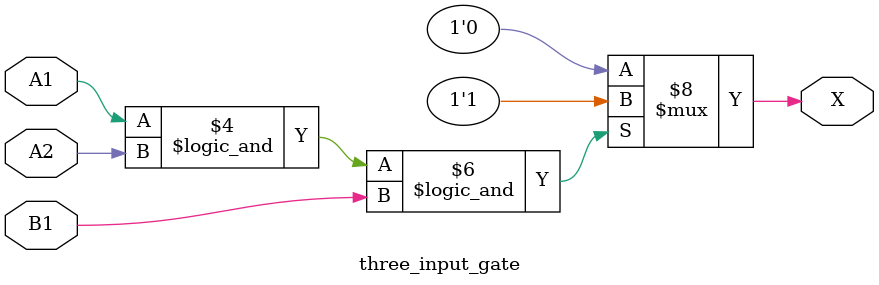
<source format=v>
module three_input_gate(
    input A1,
    input A2,
    input B1,
    output reg X
);

    always @ (A1, A2, B1)
    begin
        if (A1 == 1 && A2 == 1 && B1 == 1) begin
            X <= 1;
        end
        else begin
            X <= 0;
        end
    end

endmodule
</source>
